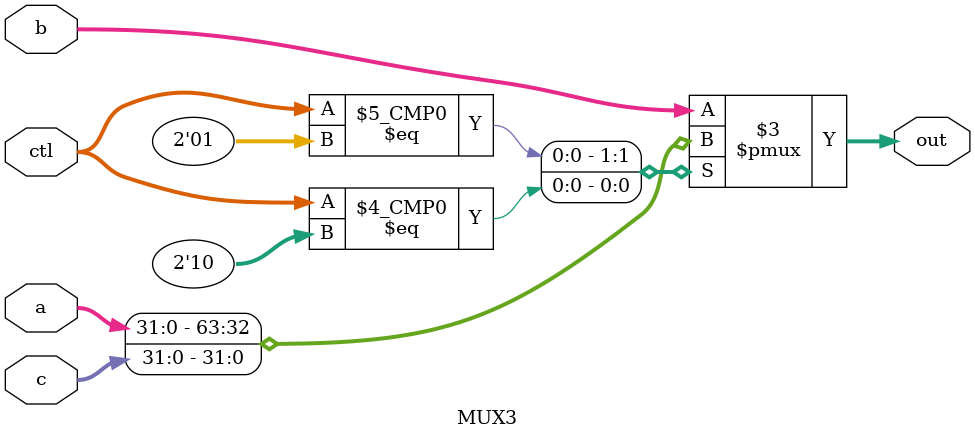
<source format=v>
`timescale 1ns / 1ps
`include "cpu_constant.v"

module MUX3(out, a, b, c, ctl);
parameter NBitS = 32, CBit = 2;
output [NBitS - 1 : 0] out;reg [NBitS - 1 : 0] out;
input [NBitS - 1 : 0] a, b, c;
input [CBit - 1 : 0] ctl;
always @(*) begin
    case (ctl)
        1 : out = a;
        2 : out = c;
        default : out = b;
    endcase
end
endmodule

</source>
